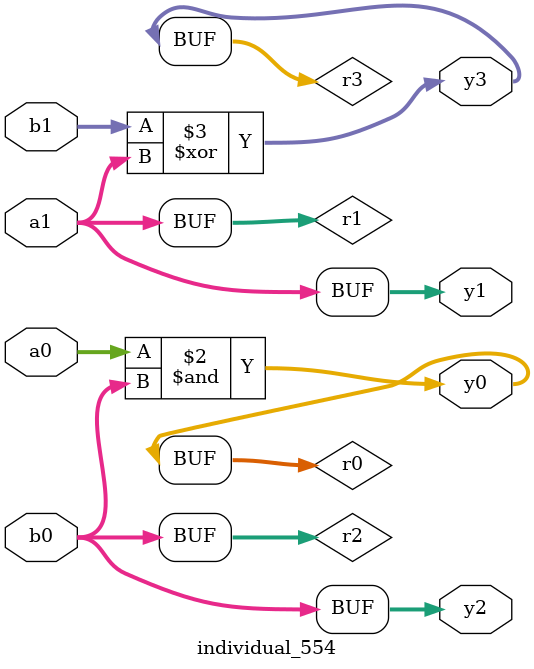
<source format=sv>
module individual_554(input logic [15:0] a1, input logic [15:0] a0, input logic [15:0] b1, input logic [15:0] b0, output logic [15:0] y3, output logic [15:0] y2, output logic [15:0] y1, output logic [15:0] y0);
logic [15:0] r0, r1, r2, r3; 
 always@(*) begin 
	 r0 = a0; r1 = a1; r2 = b0; r3 = b1; 
 	 r0  &=  b0 ;
 	 r3  ^=  a1 ;
 	 y3 = r3; y2 = r2; y1 = r1; y0 = r0; 
end
endmodule
</source>
